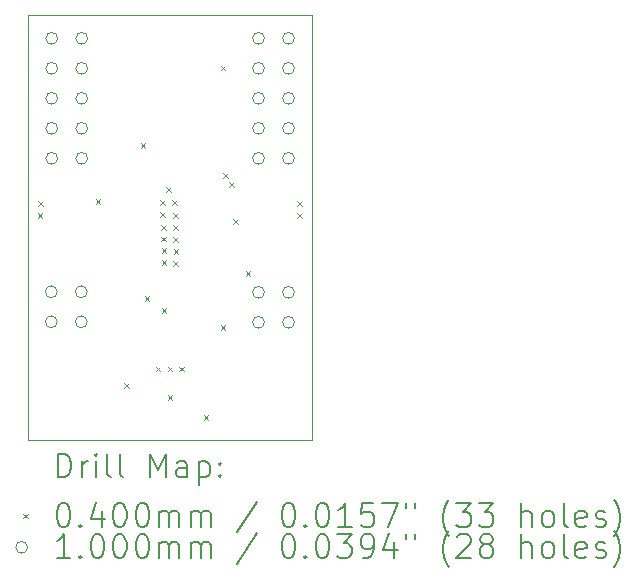
<source format=gbr>
%FSLAX45Y45*%
G04 Gerber Fmt 4.5, Leading zero omitted, Abs format (unit mm)*
G04 Created by KiCad (PCBNEW (6.0.0)) date 2023-03-26 17:47:11*
%MOMM*%
%LPD*%
G01*
G04 APERTURE LIST*
%TA.AperFunction,Profile*%
%ADD10C,0.100000*%
%TD*%
%ADD11C,0.200000*%
%ADD12C,0.040000*%
%ADD13C,0.100000*%
G04 APERTURE END LIST*
D10*
X12400000Y-5000000D02*
X12400000Y-8600000D01*
X10000000Y-5000000D02*
X10000000Y-8600000D01*
X10000000Y-5000000D02*
X12400000Y-5000000D01*
X12400000Y-8600000D02*
X10000000Y-8600000D01*
D11*
D12*
X10080000Y-6680000D02*
X10120000Y-6720000D01*
X10120000Y-6680000D02*
X10080000Y-6720000D01*
X10085450Y-6580000D02*
X10125450Y-6620000D01*
X10125450Y-6580000D02*
X10085450Y-6620000D01*
X10571800Y-6558600D02*
X10611800Y-6598600D01*
X10611800Y-6558600D02*
X10571800Y-6598600D01*
X10813100Y-8120700D02*
X10853100Y-8160700D01*
X10853100Y-8120700D02*
X10813100Y-8160700D01*
X10952800Y-6088700D02*
X10992800Y-6128700D01*
X10992800Y-6088700D02*
X10952800Y-6128700D01*
X10987150Y-7380000D02*
X11027150Y-7420000D01*
X11027150Y-7380000D02*
X10987150Y-7420000D01*
X11080000Y-7980000D02*
X11120000Y-8020000D01*
X11120000Y-7980000D02*
X11080000Y-8020000D01*
X11117900Y-6571300D02*
X11157900Y-6611300D01*
X11157900Y-6571300D02*
X11117900Y-6611300D01*
X11118330Y-6673330D02*
X11158330Y-6713330D01*
X11158330Y-6673330D02*
X11118330Y-6713330D01*
X11126485Y-6878697D02*
X11166485Y-6918697D01*
X11166485Y-6878697D02*
X11126485Y-6918697D01*
X11127658Y-6778754D02*
X11167658Y-6818754D01*
X11167658Y-6778754D02*
X11127658Y-6818754D01*
X11130000Y-7080000D02*
X11170000Y-7120000D01*
X11170000Y-7080000D02*
X11130000Y-7120000D01*
X11130600Y-7485700D02*
X11170600Y-7525700D01*
X11170600Y-7485700D02*
X11130600Y-7525700D01*
X11131230Y-6978770D02*
X11171230Y-7018770D01*
X11171230Y-6978770D02*
X11131230Y-7018770D01*
X11168700Y-6457000D02*
X11208700Y-6497000D01*
X11208700Y-6457000D02*
X11168700Y-6497000D01*
X11180000Y-7980000D02*
X11220000Y-8020000D01*
X11220000Y-7980000D02*
X11180000Y-8020000D01*
X11181400Y-8222300D02*
X11221400Y-8262300D01*
X11221400Y-8222300D02*
X11181400Y-8262300D01*
X11219500Y-6571300D02*
X11259500Y-6611300D01*
X11259500Y-6571300D02*
X11219500Y-6611300D01*
X11226310Y-6883690D02*
X11266310Y-6923690D01*
X11266310Y-6883690D02*
X11226310Y-6923690D01*
X11227540Y-6782460D02*
X11267540Y-6822460D01*
X11267540Y-6782460D02*
X11227540Y-6822460D01*
X11228770Y-6681230D02*
X11268770Y-6721230D01*
X11268770Y-6681230D02*
X11228770Y-6721230D01*
X11229956Y-7083456D02*
X11269956Y-7123456D01*
X11269956Y-7083456D02*
X11229956Y-7123456D01*
X11231303Y-6983515D02*
X11271303Y-7023515D01*
X11271303Y-6983515D02*
X11231303Y-7023515D01*
X11280000Y-7980000D02*
X11320000Y-8020000D01*
X11320000Y-7980000D02*
X11280000Y-8020000D01*
X11486200Y-8387400D02*
X11526200Y-8427400D01*
X11526200Y-8387400D02*
X11486200Y-8427400D01*
X11630000Y-5430000D02*
X11670000Y-5470000D01*
X11670000Y-5430000D02*
X11630000Y-5470000D01*
X11630000Y-7630000D02*
X11670000Y-7670000D01*
X11670000Y-7630000D02*
X11630000Y-7670000D01*
X11651300Y-6342700D02*
X11691300Y-6382700D01*
X11691300Y-6342700D02*
X11651300Y-6382700D01*
X11702100Y-6418900D02*
X11742100Y-6458900D01*
X11742100Y-6418900D02*
X11702100Y-6458900D01*
X11733192Y-6732650D02*
X11773192Y-6772650D01*
X11773192Y-6732650D02*
X11733192Y-6772650D01*
X11841800Y-7168200D02*
X11881800Y-7208200D01*
X11881800Y-7168200D02*
X11841800Y-7208200D01*
X12277350Y-6580261D02*
X12317350Y-6620261D01*
X12317350Y-6580261D02*
X12277350Y-6620261D01*
X12280004Y-6680189D02*
X12320004Y-6720189D01*
X12320004Y-6680189D02*
X12280004Y-6720189D01*
D13*
X10246000Y-7346000D02*
G75*
G03*
X10246000Y-7346000I-50000J0D01*
G01*
X10246000Y-7600000D02*
G75*
G03*
X10246000Y-7600000I-50000J0D01*
G01*
X10250000Y-5200000D02*
G75*
G03*
X10250000Y-5200000I-50000J0D01*
G01*
X10250000Y-5454000D02*
G75*
G03*
X10250000Y-5454000I-50000J0D01*
G01*
X10250000Y-5708000D02*
G75*
G03*
X10250000Y-5708000I-50000J0D01*
G01*
X10250000Y-5962000D02*
G75*
G03*
X10250000Y-5962000I-50000J0D01*
G01*
X10250000Y-6216000D02*
G75*
G03*
X10250000Y-6216000I-50000J0D01*
G01*
X10500000Y-7346000D02*
G75*
G03*
X10500000Y-7346000I-50000J0D01*
G01*
X10500000Y-7600000D02*
G75*
G03*
X10500000Y-7600000I-50000J0D01*
G01*
X10504000Y-5200000D02*
G75*
G03*
X10504000Y-5200000I-50000J0D01*
G01*
X10504000Y-5454000D02*
G75*
G03*
X10504000Y-5454000I-50000J0D01*
G01*
X10504000Y-5708000D02*
G75*
G03*
X10504000Y-5708000I-50000J0D01*
G01*
X10504000Y-5962000D02*
G75*
G03*
X10504000Y-5962000I-50000J0D01*
G01*
X10504000Y-6216000D02*
G75*
G03*
X10504000Y-6216000I-50000J0D01*
G01*
X12000000Y-5200000D02*
G75*
G03*
X12000000Y-5200000I-50000J0D01*
G01*
X12000000Y-5454000D02*
G75*
G03*
X12000000Y-5454000I-50000J0D01*
G01*
X12000000Y-5708000D02*
G75*
G03*
X12000000Y-5708000I-50000J0D01*
G01*
X12000000Y-5962000D02*
G75*
G03*
X12000000Y-5962000I-50000J0D01*
G01*
X12000000Y-6216000D02*
G75*
G03*
X12000000Y-6216000I-50000J0D01*
G01*
X12000000Y-7350000D02*
G75*
G03*
X12000000Y-7350000I-50000J0D01*
G01*
X12000000Y-7604000D02*
G75*
G03*
X12000000Y-7604000I-50000J0D01*
G01*
X12254000Y-5200000D02*
G75*
G03*
X12254000Y-5200000I-50000J0D01*
G01*
X12254000Y-5454000D02*
G75*
G03*
X12254000Y-5454000I-50000J0D01*
G01*
X12254000Y-5708000D02*
G75*
G03*
X12254000Y-5708000I-50000J0D01*
G01*
X12254000Y-5962000D02*
G75*
G03*
X12254000Y-5962000I-50000J0D01*
G01*
X12254000Y-6216000D02*
G75*
G03*
X12254000Y-6216000I-50000J0D01*
G01*
X12254000Y-7350000D02*
G75*
G03*
X12254000Y-7350000I-50000J0D01*
G01*
X12254000Y-7604000D02*
G75*
G03*
X12254000Y-7604000I-50000J0D01*
G01*
D11*
X10252619Y-8915476D02*
X10252619Y-8715476D01*
X10300238Y-8715476D01*
X10328810Y-8725000D01*
X10347857Y-8744048D01*
X10357381Y-8763095D01*
X10366905Y-8801190D01*
X10366905Y-8829762D01*
X10357381Y-8867857D01*
X10347857Y-8886905D01*
X10328810Y-8905952D01*
X10300238Y-8915476D01*
X10252619Y-8915476D01*
X10452619Y-8915476D02*
X10452619Y-8782143D01*
X10452619Y-8820238D02*
X10462143Y-8801190D01*
X10471667Y-8791667D01*
X10490714Y-8782143D01*
X10509762Y-8782143D01*
X10576429Y-8915476D02*
X10576429Y-8782143D01*
X10576429Y-8715476D02*
X10566905Y-8725000D01*
X10576429Y-8734524D01*
X10585952Y-8725000D01*
X10576429Y-8715476D01*
X10576429Y-8734524D01*
X10700238Y-8915476D02*
X10681190Y-8905952D01*
X10671667Y-8886905D01*
X10671667Y-8715476D01*
X10805000Y-8915476D02*
X10785952Y-8905952D01*
X10776429Y-8886905D01*
X10776429Y-8715476D01*
X11033571Y-8915476D02*
X11033571Y-8715476D01*
X11100238Y-8858333D01*
X11166905Y-8715476D01*
X11166905Y-8915476D01*
X11347857Y-8915476D02*
X11347857Y-8810714D01*
X11338333Y-8791667D01*
X11319286Y-8782143D01*
X11281190Y-8782143D01*
X11262143Y-8791667D01*
X11347857Y-8905952D02*
X11328809Y-8915476D01*
X11281190Y-8915476D01*
X11262143Y-8905952D01*
X11252619Y-8886905D01*
X11252619Y-8867857D01*
X11262143Y-8848810D01*
X11281190Y-8839286D01*
X11328809Y-8839286D01*
X11347857Y-8829762D01*
X11443095Y-8782143D02*
X11443095Y-8982143D01*
X11443095Y-8791667D02*
X11462143Y-8782143D01*
X11500238Y-8782143D01*
X11519286Y-8791667D01*
X11528809Y-8801190D01*
X11538333Y-8820238D01*
X11538333Y-8877381D01*
X11528809Y-8896429D01*
X11519286Y-8905952D01*
X11500238Y-8915476D01*
X11462143Y-8915476D01*
X11443095Y-8905952D01*
X11624048Y-8896429D02*
X11633571Y-8905952D01*
X11624048Y-8915476D01*
X11614524Y-8905952D01*
X11624048Y-8896429D01*
X11624048Y-8915476D01*
X11624048Y-8791667D02*
X11633571Y-8801190D01*
X11624048Y-8810714D01*
X11614524Y-8801190D01*
X11624048Y-8791667D01*
X11624048Y-8810714D01*
D12*
X9955000Y-9225000D02*
X9995000Y-9265000D01*
X9995000Y-9225000D02*
X9955000Y-9265000D01*
D11*
X10290714Y-9135476D02*
X10309762Y-9135476D01*
X10328810Y-9145000D01*
X10338333Y-9154524D01*
X10347857Y-9173571D01*
X10357381Y-9211667D01*
X10357381Y-9259286D01*
X10347857Y-9297381D01*
X10338333Y-9316429D01*
X10328810Y-9325952D01*
X10309762Y-9335476D01*
X10290714Y-9335476D01*
X10271667Y-9325952D01*
X10262143Y-9316429D01*
X10252619Y-9297381D01*
X10243095Y-9259286D01*
X10243095Y-9211667D01*
X10252619Y-9173571D01*
X10262143Y-9154524D01*
X10271667Y-9145000D01*
X10290714Y-9135476D01*
X10443095Y-9316429D02*
X10452619Y-9325952D01*
X10443095Y-9335476D01*
X10433571Y-9325952D01*
X10443095Y-9316429D01*
X10443095Y-9335476D01*
X10624048Y-9202143D02*
X10624048Y-9335476D01*
X10576429Y-9125952D02*
X10528810Y-9268810D01*
X10652619Y-9268810D01*
X10766905Y-9135476D02*
X10785952Y-9135476D01*
X10805000Y-9145000D01*
X10814524Y-9154524D01*
X10824048Y-9173571D01*
X10833571Y-9211667D01*
X10833571Y-9259286D01*
X10824048Y-9297381D01*
X10814524Y-9316429D01*
X10805000Y-9325952D01*
X10785952Y-9335476D01*
X10766905Y-9335476D01*
X10747857Y-9325952D01*
X10738333Y-9316429D01*
X10728810Y-9297381D01*
X10719286Y-9259286D01*
X10719286Y-9211667D01*
X10728810Y-9173571D01*
X10738333Y-9154524D01*
X10747857Y-9145000D01*
X10766905Y-9135476D01*
X10957381Y-9135476D02*
X10976429Y-9135476D01*
X10995476Y-9145000D01*
X11005000Y-9154524D01*
X11014524Y-9173571D01*
X11024048Y-9211667D01*
X11024048Y-9259286D01*
X11014524Y-9297381D01*
X11005000Y-9316429D01*
X10995476Y-9325952D01*
X10976429Y-9335476D01*
X10957381Y-9335476D01*
X10938333Y-9325952D01*
X10928810Y-9316429D01*
X10919286Y-9297381D01*
X10909762Y-9259286D01*
X10909762Y-9211667D01*
X10919286Y-9173571D01*
X10928810Y-9154524D01*
X10938333Y-9145000D01*
X10957381Y-9135476D01*
X11109762Y-9335476D02*
X11109762Y-9202143D01*
X11109762Y-9221190D02*
X11119286Y-9211667D01*
X11138333Y-9202143D01*
X11166905Y-9202143D01*
X11185952Y-9211667D01*
X11195476Y-9230714D01*
X11195476Y-9335476D01*
X11195476Y-9230714D02*
X11205000Y-9211667D01*
X11224048Y-9202143D01*
X11252619Y-9202143D01*
X11271667Y-9211667D01*
X11281190Y-9230714D01*
X11281190Y-9335476D01*
X11376428Y-9335476D02*
X11376428Y-9202143D01*
X11376428Y-9221190D02*
X11385952Y-9211667D01*
X11405000Y-9202143D01*
X11433571Y-9202143D01*
X11452619Y-9211667D01*
X11462143Y-9230714D01*
X11462143Y-9335476D01*
X11462143Y-9230714D02*
X11471667Y-9211667D01*
X11490714Y-9202143D01*
X11519286Y-9202143D01*
X11538333Y-9211667D01*
X11547857Y-9230714D01*
X11547857Y-9335476D01*
X11938333Y-9125952D02*
X11766905Y-9383095D01*
X12195476Y-9135476D02*
X12214524Y-9135476D01*
X12233571Y-9145000D01*
X12243095Y-9154524D01*
X12252619Y-9173571D01*
X12262143Y-9211667D01*
X12262143Y-9259286D01*
X12252619Y-9297381D01*
X12243095Y-9316429D01*
X12233571Y-9325952D01*
X12214524Y-9335476D01*
X12195476Y-9335476D01*
X12176428Y-9325952D01*
X12166905Y-9316429D01*
X12157381Y-9297381D01*
X12147857Y-9259286D01*
X12147857Y-9211667D01*
X12157381Y-9173571D01*
X12166905Y-9154524D01*
X12176428Y-9145000D01*
X12195476Y-9135476D01*
X12347857Y-9316429D02*
X12357381Y-9325952D01*
X12347857Y-9335476D01*
X12338333Y-9325952D01*
X12347857Y-9316429D01*
X12347857Y-9335476D01*
X12481190Y-9135476D02*
X12500238Y-9135476D01*
X12519286Y-9145000D01*
X12528809Y-9154524D01*
X12538333Y-9173571D01*
X12547857Y-9211667D01*
X12547857Y-9259286D01*
X12538333Y-9297381D01*
X12528809Y-9316429D01*
X12519286Y-9325952D01*
X12500238Y-9335476D01*
X12481190Y-9335476D01*
X12462143Y-9325952D01*
X12452619Y-9316429D01*
X12443095Y-9297381D01*
X12433571Y-9259286D01*
X12433571Y-9211667D01*
X12443095Y-9173571D01*
X12452619Y-9154524D01*
X12462143Y-9145000D01*
X12481190Y-9135476D01*
X12738333Y-9335476D02*
X12624048Y-9335476D01*
X12681190Y-9335476D02*
X12681190Y-9135476D01*
X12662143Y-9164048D01*
X12643095Y-9183095D01*
X12624048Y-9192619D01*
X12919286Y-9135476D02*
X12824048Y-9135476D01*
X12814524Y-9230714D01*
X12824048Y-9221190D01*
X12843095Y-9211667D01*
X12890714Y-9211667D01*
X12909762Y-9221190D01*
X12919286Y-9230714D01*
X12928809Y-9249762D01*
X12928809Y-9297381D01*
X12919286Y-9316429D01*
X12909762Y-9325952D01*
X12890714Y-9335476D01*
X12843095Y-9335476D01*
X12824048Y-9325952D01*
X12814524Y-9316429D01*
X12995476Y-9135476D02*
X13128809Y-9135476D01*
X13043095Y-9335476D01*
X13195476Y-9135476D02*
X13195476Y-9173571D01*
X13271667Y-9135476D02*
X13271667Y-9173571D01*
X13566905Y-9411667D02*
X13557381Y-9402143D01*
X13538333Y-9373571D01*
X13528809Y-9354524D01*
X13519286Y-9325952D01*
X13509762Y-9278333D01*
X13509762Y-9240238D01*
X13519286Y-9192619D01*
X13528809Y-9164048D01*
X13538333Y-9145000D01*
X13557381Y-9116429D01*
X13566905Y-9106905D01*
X13624048Y-9135476D02*
X13747857Y-9135476D01*
X13681190Y-9211667D01*
X13709762Y-9211667D01*
X13728809Y-9221190D01*
X13738333Y-9230714D01*
X13747857Y-9249762D01*
X13747857Y-9297381D01*
X13738333Y-9316429D01*
X13728809Y-9325952D01*
X13709762Y-9335476D01*
X13652619Y-9335476D01*
X13633571Y-9325952D01*
X13624048Y-9316429D01*
X13814524Y-9135476D02*
X13938333Y-9135476D01*
X13871667Y-9211667D01*
X13900238Y-9211667D01*
X13919286Y-9221190D01*
X13928809Y-9230714D01*
X13938333Y-9249762D01*
X13938333Y-9297381D01*
X13928809Y-9316429D01*
X13919286Y-9325952D01*
X13900238Y-9335476D01*
X13843095Y-9335476D01*
X13824048Y-9325952D01*
X13814524Y-9316429D01*
X14176428Y-9335476D02*
X14176428Y-9135476D01*
X14262143Y-9335476D02*
X14262143Y-9230714D01*
X14252619Y-9211667D01*
X14233571Y-9202143D01*
X14205000Y-9202143D01*
X14185952Y-9211667D01*
X14176428Y-9221190D01*
X14385952Y-9335476D02*
X14366905Y-9325952D01*
X14357381Y-9316429D01*
X14347857Y-9297381D01*
X14347857Y-9240238D01*
X14357381Y-9221190D01*
X14366905Y-9211667D01*
X14385952Y-9202143D01*
X14414524Y-9202143D01*
X14433571Y-9211667D01*
X14443095Y-9221190D01*
X14452619Y-9240238D01*
X14452619Y-9297381D01*
X14443095Y-9316429D01*
X14433571Y-9325952D01*
X14414524Y-9335476D01*
X14385952Y-9335476D01*
X14566905Y-9335476D02*
X14547857Y-9325952D01*
X14538333Y-9306905D01*
X14538333Y-9135476D01*
X14719286Y-9325952D02*
X14700238Y-9335476D01*
X14662143Y-9335476D01*
X14643095Y-9325952D01*
X14633571Y-9306905D01*
X14633571Y-9230714D01*
X14643095Y-9211667D01*
X14662143Y-9202143D01*
X14700238Y-9202143D01*
X14719286Y-9211667D01*
X14728809Y-9230714D01*
X14728809Y-9249762D01*
X14633571Y-9268810D01*
X14805000Y-9325952D02*
X14824048Y-9335476D01*
X14862143Y-9335476D01*
X14881190Y-9325952D01*
X14890714Y-9306905D01*
X14890714Y-9297381D01*
X14881190Y-9278333D01*
X14862143Y-9268810D01*
X14833571Y-9268810D01*
X14814524Y-9259286D01*
X14805000Y-9240238D01*
X14805000Y-9230714D01*
X14814524Y-9211667D01*
X14833571Y-9202143D01*
X14862143Y-9202143D01*
X14881190Y-9211667D01*
X14957381Y-9411667D02*
X14966905Y-9402143D01*
X14985952Y-9373571D01*
X14995476Y-9354524D01*
X15005000Y-9325952D01*
X15014524Y-9278333D01*
X15014524Y-9240238D01*
X15005000Y-9192619D01*
X14995476Y-9164048D01*
X14985952Y-9145000D01*
X14966905Y-9116429D01*
X14957381Y-9106905D01*
D13*
X9995000Y-9509000D02*
G75*
G03*
X9995000Y-9509000I-50000J0D01*
G01*
D11*
X10357381Y-9599476D02*
X10243095Y-9599476D01*
X10300238Y-9599476D02*
X10300238Y-9399476D01*
X10281190Y-9428048D01*
X10262143Y-9447095D01*
X10243095Y-9456619D01*
X10443095Y-9580429D02*
X10452619Y-9589952D01*
X10443095Y-9599476D01*
X10433571Y-9589952D01*
X10443095Y-9580429D01*
X10443095Y-9599476D01*
X10576429Y-9399476D02*
X10595476Y-9399476D01*
X10614524Y-9409000D01*
X10624048Y-9418524D01*
X10633571Y-9437571D01*
X10643095Y-9475667D01*
X10643095Y-9523286D01*
X10633571Y-9561381D01*
X10624048Y-9580429D01*
X10614524Y-9589952D01*
X10595476Y-9599476D01*
X10576429Y-9599476D01*
X10557381Y-9589952D01*
X10547857Y-9580429D01*
X10538333Y-9561381D01*
X10528810Y-9523286D01*
X10528810Y-9475667D01*
X10538333Y-9437571D01*
X10547857Y-9418524D01*
X10557381Y-9409000D01*
X10576429Y-9399476D01*
X10766905Y-9399476D02*
X10785952Y-9399476D01*
X10805000Y-9409000D01*
X10814524Y-9418524D01*
X10824048Y-9437571D01*
X10833571Y-9475667D01*
X10833571Y-9523286D01*
X10824048Y-9561381D01*
X10814524Y-9580429D01*
X10805000Y-9589952D01*
X10785952Y-9599476D01*
X10766905Y-9599476D01*
X10747857Y-9589952D01*
X10738333Y-9580429D01*
X10728810Y-9561381D01*
X10719286Y-9523286D01*
X10719286Y-9475667D01*
X10728810Y-9437571D01*
X10738333Y-9418524D01*
X10747857Y-9409000D01*
X10766905Y-9399476D01*
X10957381Y-9399476D02*
X10976429Y-9399476D01*
X10995476Y-9409000D01*
X11005000Y-9418524D01*
X11014524Y-9437571D01*
X11024048Y-9475667D01*
X11024048Y-9523286D01*
X11014524Y-9561381D01*
X11005000Y-9580429D01*
X10995476Y-9589952D01*
X10976429Y-9599476D01*
X10957381Y-9599476D01*
X10938333Y-9589952D01*
X10928810Y-9580429D01*
X10919286Y-9561381D01*
X10909762Y-9523286D01*
X10909762Y-9475667D01*
X10919286Y-9437571D01*
X10928810Y-9418524D01*
X10938333Y-9409000D01*
X10957381Y-9399476D01*
X11109762Y-9599476D02*
X11109762Y-9466143D01*
X11109762Y-9485190D02*
X11119286Y-9475667D01*
X11138333Y-9466143D01*
X11166905Y-9466143D01*
X11185952Y-9475667D01*
X11195476Y-9494714D01*
X11195476Y-9599476D01*
X11195476Y-9494714D02*
X11205000Y-9475667D01*
X11224048Y-9466143D01*
X11252619Y-9466143D01*
X11271667Y-9475667D01*
X11281190Y-9494714D01*
X11281190Y-9599476D01*
X11376428Y-9599476D02*
X11376428Y-9466143D01*
X11376428Y-9485190D02*
X11385952Y-9475667D01*
X11405000Y-9466143D01*
X11433571Y-9466143D01*
X11452619Y-9475667D01*
X11462143Y-9494714D01*
X11462143Y-9599476D01*
X11462143Y-9494714D02*
X11471667Y-9475667D01*
X11490714Y-9466143D01*
X11519286Y-9466143D01*
X11538333Y-9475667D01*
X11547857Y-9494714D01*
X11547857Y-9599476D01*
X11938333Y-9389952D02*
X11766905Y-9647095D01*
X12195476Y-9399476D02*
X12214524Y-9399476D01*
X12233571Y-9409000D01*
X12243095Y-9418524D01*
X12252619Y-9437571D01*
X12262143Y-9475667D01*
X12262143Y-9523286D01*
X12252619Y-9561381D01*
X12243095Y-9580429D01*
X12233571Y-9589952D01*
X12214524Y-9599476D01*
X12195476Y-9599476D01*
X12176428Y-9589952D01*
X12166905Y-9580429D01*
X12157381Y-9561381D01*
X12147857Y-9523286D01*
X12147857Y-9475667D01*
X12157381Y-9437571D01*
X12166905Y-9418524D01*
X12176428Y-9409000D01*
X12195476Y-9399476D01*
X12347857Y-9580429D02*
X12357381Y-9589952D01*
X12347857Y-9599476D01*
X12338333Y-9589952D01*
X12347857Y-9580429D01*
X12347857Y-9599476D01*
X12481190Y-9399476D02*
X12500238Y-9399476D01*
X12519286Y-9409000D01*
X12528809Y-9418524D01*
X12538333Y-9437571D01*
X12547857Y-9475667D01*
X12547857Y-9523286D01*
X12538333Y-9561381D01*
X12528809Y-9580429D01*
X12519286Y-9589952D01*
X12500238Y-9599476D01*
X12481190Y-9599476D01*
X12462143Y-9589952D01*
X12452619Y-9580429D01*
X12443095Y-9561381D01*
X12433571Y-9523286D01*
X12433571Y-9475667D01*
X12443095Y-9437571D01*
X12452619Y-9418524D01*
X12462143Y-9409000D01*
X12481190Y-9399476D01*
X12614524Y-9399476D02*
X12738333Y-9399476D01*
X12671667Y-9475667D01*
X12700238Y-9475667D01*
X12719286Y-9485190D01*
X12728809Y-9494714D01*
X12738333Y-9513762D01*
X12738333Y-9561381D01*
X12728809Y-9580429D01*
X12719286Y-9589952D01*
X12700238Y-9599476D01*
X12643095Y-9599476D01*
X12624048Y-9589952D01*
X12614524Y-9580429D01*
X12833571Y-9599476D02*
X12871667Y-9599476D01*
X12890714Y-9589952D01*
X12900238Y-9580429D01*
X12919286Y-9551857D01*
X12928809Y-9513762D01*
X12928809Y-9437571D01*
X12919286Y-9418524D01*
X12909762Y-9409000D01*
X12890714Y-9399476D01*
X12852619Y-9399476D01*
X12833571Y-9409000D01*
X12824048Y-9418524D01*
X12814524Y-9437571D01*
X12814524Y-9485190D01*
X12824048Y-9504238D01*
X12833571Y-9513762D01*
X12852619Y-9523286D01*
X12890714Y-9523286D01*
X12909762Y-9513762D01*
X12919286Y-9504238D01*
X12928809Y-9485190D01*
X13100238Y-9466143D02*
X13100238Y-9599476D01*
X13052619Y-9389952D02*
X13005000Y-9532810D01*
X13128809Y-9532810D01*
X13195476Y-9399476D02*
X13195476Y-9437571D01*
X13271667Y-9399476D02*
X13271667Y-9437571D01*
X13566905Y-9675667D02*
X13557381Y-9666143D01*
X13538333Y-9637571D01*
X13528809Y-9618524D01*
X13519286Y-9589952D01*
X13509762Y-9542333D01*
X13509762Y-9504238D01*
X13519286Y-9456619D01*
X13528809Y-9428048D01*
X13538333Y-9409000D01*
X13557381Y-9380429D01*
X13566905Y-9370905D01*
X13633571Y-9418524D02*
X13643095Y-9409000D01*
X13662143Y-9399476D01*
X13709762Y-9399476D01*
X13728809Y-9409000D01*
X13738333Y-9418524D01*
X13747857Y-9437571D01*
X13747857Y-9456619D01*
X13738333Y-9485190D01*
X13624048Y-9599476D01*
X13747857Y-9599476D01*
X13862143Y-9485190D02*
X13843095Y-9475667D01*
X13833571Y-9466143D01*
X13824048Y-9447095D01*
X13824048Y-9437571D01*
X13833571Y-9418524D01*
X13843095Y-9409000D01*
X13862143Y-9399476D01*
X13900238Y-9399476D01*
X13919286Y-9409000D01*
X13928809Y-9418524D01*
X13938333Y-9437571D01*
X13938333Y-9447095D01*
X13928809Y-9466143D01*
X13919286Y-9475667D01*
X13900238Y-9485190D01*
X13862143Y-9485190D01*
X13843095Y-9494714D01*
X13833571Y-9504238D01*
X13824048Y-9523286D01*
X13824048Y-9561381D01*
X13833571Y-9580429D01*
X13843095Y-9589952D01*
X13862143Y-9599476D01*
X13900238Y-9599476D01*
X13919286Y-9589952D01*
X13928809Y-9580429D01*
X13938333Y-9561381D01*
X13938333Y-9523286D01*
X13928809Y-9504238D01*
X13919286Y-9494714D01*
X13900238Y-9485190D01*
X14176428Y-9599476D02*
X14176428Y-9399476D01*
X14262143Y-9599476D02*
X14262143Y-9494714D01*
X14252619Y-9475667D01*
X14233571Y-9466143D01*
X14205000Y-9466143D01*
X14185952Y-9475667D01*
X14176428Y-9485190D01*
X14385952Y-9599476D02*
X14366905Y-9589952D01*
X14357381Y-9580429D01*
X14347857Y-9561381D01*
X14347857Y-9504238D01*
X14357381Y-9485190D01*
X14366905Y-9475667D01*
X14385952Y-9466143D01*
X14414524Y-9466143D01*
X14433571Y-9475667D01*
X14443095Y-9485190D01*
X14452619Y-9504238D01*
X14452619Y-9561381D01*
X14443095Y-9580429D01*
X14433571Y-9589952D01*
X14414524Y-9599476D01*
X14385952Y-9599476D01*
X14566905Y-9599476D02*
X14547857Y-9589952D01*
X14538333Y-9570905D01*
X14538333Y-9399476D01*
X14719286Y-9589952D02*
X14700238Y-9599476D01*
X14662143Y-9599476D01*
X14643095Y-9589952D01*
X14633571Y-9570905D01*
X14633571Y-9494714D01*
X14643095Y-9475667D01*
X14662143Y-9466143D01*
X14700238Y-9466143D01*
X14719286Y-9475667D01*
X14728809Y-9494714D01*
X14728809Y-9513762D01*
X14633571Y-9532810D01*
X14805000Y-9589952D02*
X14824048Y-9599476D01*
X14862143Y-9599476D01*
X14881190Y-9589952D01*
X14890714Y-9570905D01*
X14890714Y-9561381D01*
X14881190Y-9542333D01*
X14862143Y-9532810D01*
X14833571Y-9532810D01*
X14814524Y-9523286D01*
X14805000Y-9504238D01*
X14805000Y-9494714D01*
X14814524Y-9475667D01*
X14833571Y-9466143D01*
X14862143Y-9466143D01*
X14881190Y-9475667D01*
X14957381Y-9675667D02*
X14966905Y-9666143D01*
X14985952Y-9637571D01*
X14995476Y-9618524D01*
X15005000Y-9589952D01*
X15014524Y-9542333D01*
X15014524Y-9504238D01*
X15005000Y-9456619D01*
X14995476Y-9428048D01*
X14985952Y-9409000D01*
X14966905Y-9380429D01*
X14957381Y-9370905D01*
M02*

</source>
